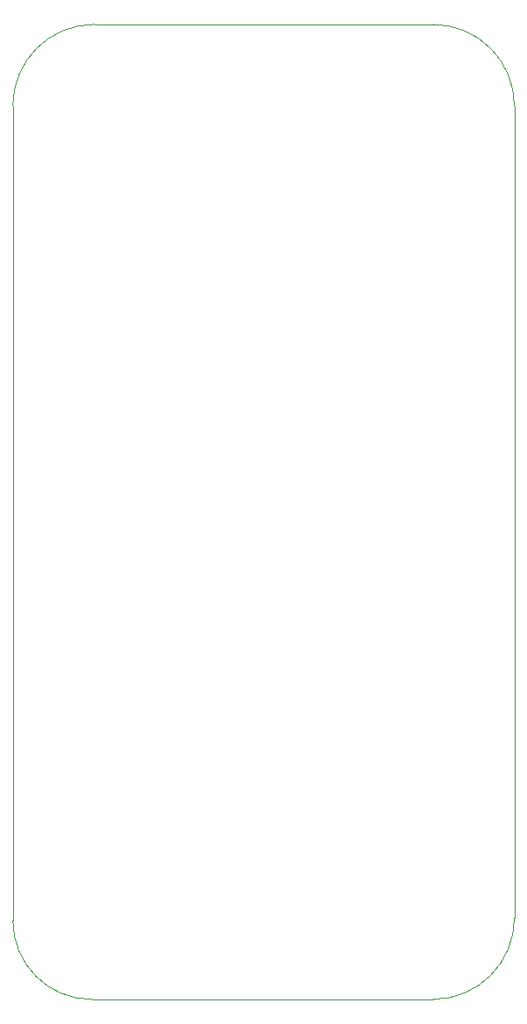
<source format=gbr>
G04 #@! TF.GenerationSoftware,KiCad,Pcbnew,(5.1.2)-2*
G04 #@! TF.CreationDate,2019-09-11T05:33:40-05:00*
G04 #@! TF.ProjectId,eeprom_manual,65657072-6f6d-45f6-9d61-6e75616c2e6b,rev?*
G04 #@! TF.SameCoordinates,Original*
G04 #@! TF.FileFunction,Profile,NP*
%FSLAX46Y46*%
G04 Gerber Fmt 4.6, Leading zero omitted, Abs format (unit mm)*
G04 Created by KiCad (PCBNEW (5.1.2)-2) date 2019-09-11 05:33:40*
%MOMM*%
%LPD*%
G04 APERTURE LIST*
%ADD10C,0.050000*%
G04 APERTURE END LIST*
D10*
X35306000Y-114554000D02*
X68326000Y-114554000D01*
X76200000Y-106680000D02*
X76200000Y-28194000D01*
X27686000Y-106934000D02*
X27686000Y-28194000D01*
X35560000Y-20320000D02*
X68326000Y-20320000D01*
X35306000Y-114554000D02*
G75*
G02X27686000Y-106934000I0J7620000D01*
G01*
X76200000Y-106680000D02*
G75*
G02X68326000Y-114554000I-7874000J0D01*
G01*
X68326000Y-20320000D02*
G75*
G02X76200000Y-28194000I0J-7874000D01*
G01*
X27686000Y-28194000D02*
G75*
G02X35560000Y-20320000I7874000J0D01*
G01*
M02*

</source>
